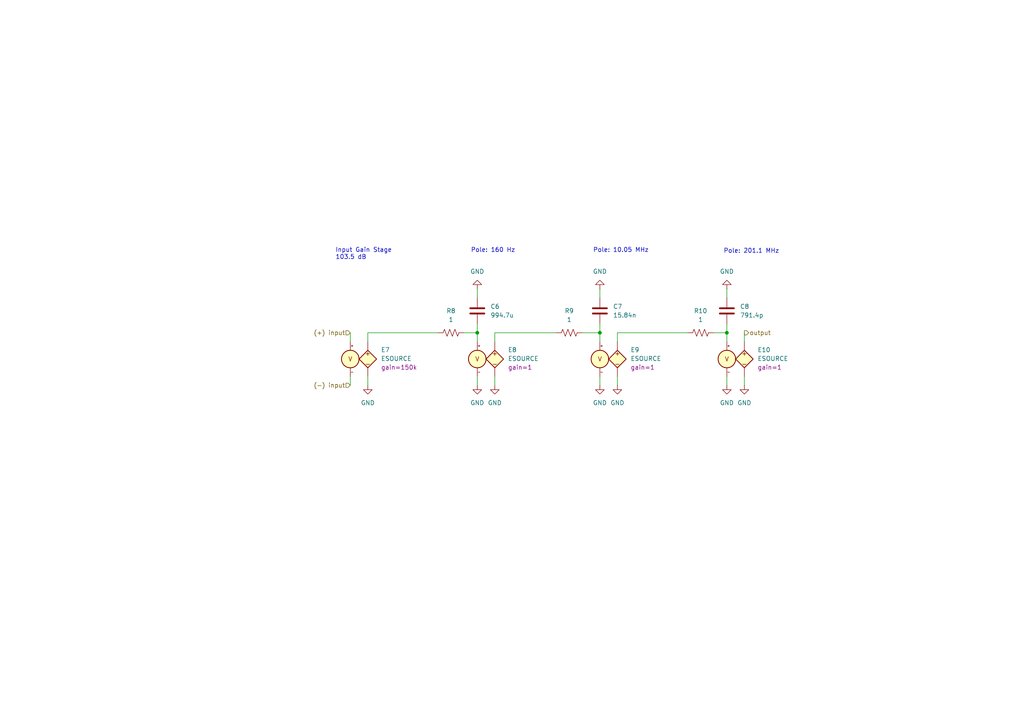
<source format=kicad_sch>
(kicad_sch (version 20250114) (generator "eeschema") (generator_version "9.0")
  (paper "A4")
  (lib_symbols
    (symbol "Device:C" (pin_numbers (hide yes)) (pin_names (offset 0.254))
      (property "Reference" "C" (at 0.635 2.54 0))
      (property "Value" "C" (at 0.635 -2.54 0))
      (symbol "C_0_1"
        (polyline (pts (xy -2.032 0.762) (xy 2.032 0.762)) (stroke (width 0.508)))
        (polyline (pts (xy -2.032 -0.762) (xy 2.032 -0.762)) (stroke (width 0.508)))
      )
      (symbol "C_1_1"
        (pin passive line (at 0 3.81 270) (length 2.794) (name "~") (number "1"))
        (pin passive line (at 0 -3.81 90) (length 2.794) (name "~") (number "2"))
      )
    )
    (symbol "Device:R_US" (pin_numbers (hide yes)) (pin_names (offset 0))
      (property "Reference" "R" (at 2.54 0 90))
      (property "Value" "R_US" (at -2.54 0 90))
      (symbol "R_US_0_1"
        (polyline (pts (xy 0 2.286) (xy 0 2.54)))
        (polyline (pts (xy 0 2.286) (xy 1.016 1.905) (xy 0 1.524) (xy -1.016 1.143) (xy 0 0.762)))
        (polyline (pts (xy 0 0.762) (xy 1.016 0.381) (xy 0 0) (xy -1.016 -0.381) (xy 0 -0.762)))
        (polyline (pts (xy 0 -0.762) (xy 1.016 -1.143) (xy 0 -1.524) (xy -1.016 -1.905) (xy 0 -2.286)))
        (polyline (pts (xy 0 -2.286) (xy 0 -2.54)))
      )
      (symbol "R_US_1_1"
        (pin passive line (at 0 3.81 270) (length 1.27) (name "~") (number "1"))
        (pin passive line (at 0 -3.81 90) (length 1.27) (name "~") (number "2"))
      )
    )
    (symbol "Simulation_SPICE:ESOURCE" (pin_numbers (hide yes)) (pin_names (offset 1.016) (hide yes))
      (property "Reference" "E" (at 2.54 2.54 0))
      (property "Value" "ESOURCE" (at 2.54 0 0))
      (property "Sim.Params" "type=\"E\" model=\"1\"" (at 2.54 -2.54 0))
      (symbol "ESOURCE_0_1"
        (polyline (pts (xy 0 2.032) (xy 0 1.016)))
      )
      (symbol "ESOURCE_1_1"
        (circle (center -5.08 0) (radius 2.54) (stroke (width 0.254)) (fill (type background)))
        (polyline (pts (xy -4.826 3.81) (xy -4.318 3.81)))
        (polyline (pts (xy -4.826 -3.81) (xy -4.318 -3.81)))
        (polyline (pts (xy -4.572 4.064) (xy -4.572 3.556)))
        (polyline (pts (xy 0 2.54) (xy -2.54 0) (xy 0 -2.54) (xy 2.54 0) (xy 0 2.54)) (stroke (width 0.254)) (fill (type background)))
        (polyline (pts (xy 0.508 1.524) (xy -0.508 1.524)))
        (polyline (pts (xy 0.508 -1.524) (xy -0.508 -1.524)))
        (text "V" (at -5.08 0 0) (effects (font (size 1.27 1.27))))
        (pin input line (at -5.08 5.08 270) (length 2.54) (name "C+") (number "3"))
        (pin input line (at -5.08 -5.08 90) (length 2.54) (name "C-") (number "4"))
        (pin passive line (at 0 5.08 270) (length 2.54) (name "N+") (number "1"))
        (pin passive line (at 0 -5.08 90) (length 2.54) (name "N-") (number "2"))
      )
    )
    (symbol "power:GND" (power) (pin_numbers (hide yes)) (pin_names (offset 0) (hide yes))
      (property "Value" "GND" (at 0 -3.81 0))
      (symbol "GND_0_1"
        (polyline (pts (xy 0 0) (xy 0 -1.27) (xy 1.27 -1.27) (xy 0 -2.54) (xy -1.27 -1.27) (xy 0 -1.27)))
      )
      (symbol "GND_1_1"
        (pin power_in line (at 0 0 270) (length 0) (name "~") (number "1"))
      )
    )
  )
  (text "Input Gain Stage\n103.5 dB" (at 97.282 73.66 0) (effects (font (size 1.27 1.27)) (justify left)))
  (text "Pole: 160 Hz" (at 143.002 72.644 0) (effects (font (size 1.27 1.27))))
  (text "Pole: 10.05 MHz" (at 180.086 72.644 0) (effects (font (size 1.27 1.27))))
  (text "Pole: 201.1 MHz" (at 217.932 72.898 0) (effects (font (size 1.27 1.27))))
  (junction (at 138.43 96.52))
  (junction (at 173.99 96.52))
  (junction (at 210.82 96.52))
  (wire (pts (xy 210.82 93.98) (xy 210.82 96.52)))
  (wire (pts (xy 101.6 99.06) (xy 101.6 96.52)))
  (wire (pts (xy 138.43 96.52) (xy 138.43 99.06)))
  (wire (pts (xy 143.51 96.52) (xy 161.29 96.52)))
  (wire (pts (xy 168.91 96.52) (xy 173.99 96.52)))
  (wire (pts (xy 215.9 109.22) (xy 215.9 111.76)))
  (wire (pts (xy 210.82 83.82) (xy 210.82 86.36)))
  (wire (pts (xy 138.43 83.82) (xy 138.43 86.36)))
  (wire (pts (xy 106.68 99.06) (xy 106.68 96.52)))
  (wire (pts (xy 143.51 109.22) (xy 143.51 111.76)))
  (wire (pts (xy 138.43 93.98) (xy 138.43 96.52)))
  (wire (pts (xy 143.51 99.06) (xy 143.51 96.52)))
  (wire (pts (xy 106.68 96.52) (xy 127 96.52)))
  (wire (pts (xy 215.9 99.06) (xy 215.9 96.52)))
  (wire (pts (xy 173.99 109.22) (xy 173.99 111.76)))
  (wire (pts (xy 173.99 83.82) (xy 173.99 86.36)))
  (wire (pts (xy 179.07 109.22) (xy 179.07 111.76)))
  (wire (pts (xy 179.07 99.06) (xy 179.07 96.52)))
  (wire (pts (xy 101.6 109.22) (xy 101.6 111.76)))
  (wire (pts (xy 210.82 96.52) (xy 210.82 99.06)))
  (wire (pts (xy 173.99 96.52) (xy 173.99 99.06)))
  (wire (pts (xy 106.68 109.22) (xy 106.68 111.76)))
  (wire (pts (xy 210.82 109.22) (xy 210.82 111.76)))
  (wire (pts (xy 138.43 109.22) (xy 138.43 111.76)))
  (wire (pts (xy 134.62 96.52) (xy 138.43 96.52)))
  (wire (pts (xy 179.07 96.52) (xy 199.39 96.52)))
  (wire (pts (xy 173.99 93.98) (xy 173.99 96.52)))
  (wire (pts (xy 207.01 96.52) (xy 210.82 96.52)))
  (hierarchical_label "output" (shape output) (at 215.9 96.52 0))
  (hierarchical_label "(-) input" (shape input) (at 101.6 111.76 180))
  (hierarchical_label "(+) input" (shape input) (at 101.6 96.52 180))
  (symbol (lib_id "power:GND") (at 138.43 111.76 0) (unit 1)
    (property "Reference" "#PWR026" (effects (hide yes)))
    (property "Value" "GND" (at 138.43 116.84 0))
    (property "Description" "Power symbol creates a global label with name \"GND\" , ground" (effects (hide yes)))
    (instances (project "TransimpedanceAmplifierStability" (path "" (reference "#PWR026") (unit 1)) (path "" (reference "#PWR035") (unit 1)) (path "" (reference "#PWR044") (unit 1))))
  )
  (symbol (lib_id "Simulation_SPICE:ESOURCE") (at 143.51 104.14 0) (unit 1)
    (property "Reference" "E8" (at 147.32 101.4729 0) (effects (justify left)))
    (property "Value" "ESOURCE" (at 147.32 104.0129 0) (effects (justify left)))
    (property "Datasheet" "https://ngspice.sourceforge.io/docs/ngspice-html-manual/manual.xhtml#subsec_Exxxx__Linear_Voltage_Controlled" (effects (hide yes)))
    (property "Description" "Voltage-controlled voltage source symbol for simulation only" (effects (hide yes)))
    (property "Sim.Device" "E" (effects (hide yes)))
    (property "Sim.Params" "gain=1" (at 147.32 106.5529 0) (effects (justify left)))
    (property "Sim.Pins" "1=+ 2=- 3=C+ 4=C-" (effects (hide yes)))
    (instances (project "TransimpedanceAmplifierStability" (path "" (reference "E8") (unit 1)) (path "" (reference "E12") (unit 1)) (path "" (reference "E16") (unit 1))))
  )
  (symbol (lib_id "power:GND") (at 179.07 111.76 0) (unit 1)
    (property "Reference" "#PWR030" (effects (hide yes)))
    (property "Value" "GND" (at 179.07 116.84 0))
    (property "Description" "Power symbol creates a global label with name \"GND\" , ground" (effects (hide yes)))
    (instances (project "TransimpedanceAmplifierStability" (path "" (reference "#PWR030") (unit 1)) (path "" (reference "#PWR039") (unit 1)) (path "" (reference "#PWR048") (unit 1))))
  )
  (symbol (lib_id "power:GND") (at 106.68 111.76 0) (unit 1)
    (property "Reference" "#PWR025" (effects (hide yes)))
    (property "Value" "GND" (at 106.68 116.84 0))
    (property "Description" "Power symbol creates a global label with name \"GND\" , ground" (effects (hide yes)))
    (instances (project "TransimpedanceAmplifierStability" (path "" (reference "#PWR025") (unit 1)) (path "" (reference "#PWR034") (unit 1)) (path "" (reference "#PWR043") (unit 1))))
  )
  (symbol (lib_id "Device:C") (at 138.43 90.17 0) (unit 1)
    (property "Reference" "C6" (at 142.24 88.8999 0) (effects (justify left)))
    (property "Value" "994.7u" (at 142.24 91.4399 0) (effects (justify left)))
    (property "Description" "Unpolarized capacitor" (effects (hide yes)))
    (instances (project "TransimpedanceAmplifierStability" (path "" (reference "C6") (unit 1)) (path "" (reference "C9") (unit 1)) (path "" (reference "C64") (unit 1))))
  )
  (symbol (lib_id "Device:R_US") (at 130.81 96.52 90) (unit 1)
    (property "Reference" "R8" (at 130.81 90.17 90))
    (property "Value" "1" (at 130.81 92.71 90))
    (property "Description" "Resistor, US symbol" (effects (hide yes)))
    (instances (project "TransimpedanceAmplifierStability" (path "" (reference "R8") (unit 1)) (path "" (reference "R11") (unit 1)) (path "" (reference "R14") (unit 1))))
  )
  (symbol (lib_id "power:GND") (at 138.43 83.82 180) (unit 1)
    (property "Reference" "#PWR04" (effects (hide yes)))
    (property "Value" "GND" (at 138.43 78.74 0))
    (property "Description" "Power symbol creates a global label with name \"GND\" , ground" (effects (hide yes)))
    (instances (project "TransimpedanceAmplifierStability" (path "" (reference "#PWR04") (unit 1)) (path "" (reference "#PWR05") (unit 1)) (path "" (reference "#PWR022") (unit 1))))
  )
  (symbol (lib_id "power:GND") (at 210.82 111.76 0) (unit 1)
    (property "Reference" "#PWR032" (effects (hide yes)))
    (property "Value" "GND" (at 210.82 116.84 0))
    (property "Description" "Power symbol creates a global label with name \"GND\" , ground" (effects (hide yes)))
    (instances (project "TransimpedanceAmplifierStability" (path "" (reference "#PWR032") (unit 1)) (path "" (reference "#PWR041") (unit 1)) (path "" (reference "#PWR050") (unit 1))))
  )
  (symbol (lib_id "power:GND") (at 210.82 83.82 180) (unit 1)
    (property "Reference" "#PWR031" (effects (hide yes)))
    (property "Value" "GND" (at 210.82 78.74 0))
    (property "Description" "Power symbol creates a global label with name \"GND\" , ground" (effects (hide yes)))
    (instances (project "TransimpedanceAmplifierStability" (path "" (reference "#PWR031") (unit 1)) (path "" (reference "#PWR040") (unit 1)) (path "" (reference "#PWR049") (unit 1))))
  )
  (symbol (lib_id "power:GND") (at 143.51 111.76 0) (unit 1)
    (property "Reference" "#PWR027" (effects (hide yes)))
    (property "Value" "GND" (at 143.51 116.84 0))
    (property "Description" "Power symbol creates a global label with name \"GND\" , ground" (effects (hide yes)))
    (instances (project "TransimpedanceAmplifierStability" (path "" (reference "#PWR027") (unit 1)) (path "" (reference "#PWR036") (unit 1)) (path "" (reference "#PWR045") (unit 1))))
  )
  (symbol (lib_id "Simulation_SPICE:ESOURCE") (at 106.68 104.14 0) (unit 1)
    (property "Reference" "E7" (at 110.49 101.4729 0) (effects (justify left)))
    (property "Value" "ESOURCE" (at 110.49 104.0129 0) (effects (justify left)))
    (property "Datasheet" "https://ngspice.sourceforge.io/docs/ngspice-html-manual/manual.xhtml#subsec_Exxxx__Linear_Voltage_Controlled" (effects (hide yes)))
    (property "Description" "Voltage-controlled voltage source symbol for simulation only" (effects (hide yes)))
    (property "Sim.Device" "E" (effects (hide yes)))
    (property "Sim.Params" "gain=150k" (at 110.49 106.5529 0) (effects (justify left)))
    (property "Sim.Pins" "1=+ 2=- 3=C+ 4=C-" (effects (hide yes)))
    (instances (project "TransimpedanceAmplifierStability" (path "" (reference "E7") (unit 1)) (path "" (reference "E11") (unit 1)) (path "" (reference "E15") (unit 1))))
  )
  (symbol (lib_id "power:GND") (at 173.99 111.76 0) (unit 1)
    (property "Reference" "#PWR029" (effects (hide yes)))
    (property "Value" "GND" (at 173.99 116.84 0))
    (property "Description" "Power symbol creates a global label with name \"GND\" , ground" (effects (hide yes)))
    (instances (project "TransimpedanceAmplifierStability" (path "" (reference "#PWR029") (unit 1)) (path "" (reference "#PWR038") (unit 1)) (path "" (reference "#PWR047") (unit 1))))
  )
  (symbol (lib_id "Device:R_US") (at 165.1 96.52 90) (unit 1)
    (property "Reference" "R9" (at 165.1 90.17 90))
    (property "Value" "1" (at 165.1 92.71 90))
    (property "Description" "Resistor, US symbol" (effects (hide yes)))
    (instances (project "TransimpedanceAmplifierStability" (path "" (reference "R9") (unit 1)) (path "" (reference "R12") (unit 1)) (path "" (reference "R79") (unit 1))))
  )
  (symbol (lib_id "power:GND") (at 173.99 83.82 180) (unit 1)
    (property "Reference" "#PWR028" (effects (hide yes)))
    (property "Value" "GND" (at 173.99 78.74 0))
    (property "Description" "Power symbol creates a global label with name \"GND\" , ground" (effects (hide yes)))
    (instances (project "TransimpedanceAmplifierStability" (path "" (reference "#PWR028") (unit 1)) (path "" (reference "#PWR037") (unit 1)) (path "" (reference "#PWR046") (unit 1))))
  )
  (symbol (lib_id "Simulation_SPICE:ESOURCE") (at 215.9 104.14 0) (unit 1)
    (property "Reference" "E10" (at 219.71 101.4729 0) (effects (justify left)))
    (property "Value" "ESOURCE" (at 219.71 104.0129 0) (effects (justify left)))
    (property "Datasheet" "https://ngspice.sourceforge.io/docs/ngspice-html-manual/manual.xhtml#subsec_Exxxx__Linear_Voltage_Controlled" (effects (hide yes)))
    (property "Description" "Voltage-controlled voltage source symbol for simulation only" (effects (hide yes)))
    (property "Sim.Device" "E" (effects (hide yes)))
    (property "Sim.Params" "gain=1" (at 219.71 106.5529 0) (effects (justify left)))
    (property "Sim.Pins" "1=+ 2=- 3=C+ 4=C-" (effects (hide yes)))
    (instances (project "TransimpedanceAmplifierStability" (path "" (reference "E10") (unit 1)) (path "" (reference "E14") (unit 1)) (path "" (reference "E18") (unit 1))))
  )
  (symbol (lib_id "Device:R_US") (at 203.2 96.52 90) (unit 1)
    (property "Reference" "R10" (at 203.2 90.17 90))
    (property "Value" "1" (at 203.2 92.71 90))
    (property "Description" "Resistor, US symbol" (effects (hide yes)))
    (instances (project "TransimpedanceAmplifierStability" (path "" (reference "R10") (unit 1)) (path "" (reference "R13") (unit 1)) (path "" (reference "R86") (unit 1))))
  )
  (symbol (lib_id "Device:C") (at 173.99 90.17 0) (unit 1)
    (property "Reference" "C7" (at 177.8 88.8999 0) (effects (justify left)))
    (property "Value" "15.84n" (at 177.8 91.4399 0) (effects (justify left)))
    (property "Description" "Unpolarized capacitor" (effects (hide yes)))
    (instances (project "TransimpedanceAmplifierStability" (path "" (reference "C7") (unit 1)) (path "" (reference "C10") (unit 1)) (path "" (reference "C71") (unit 1))))
  )
  (symbol (lib_id "power:GND") (at 215.9 111.76 0) (unit 1)
    (property "Reference" "#PWR033" (effects (hide yes)))
    (property "Value" "GND" (at 215.9 116.84 0))
    (property "Description" "Power symbol creates a global label with name \"GND\" , ground" (effects (hide yes)))
    (instances (project "TransimpedanceAmplifierStability" (path "" (reference "#PWR033") (unit 1)) (path "" (reference "#PWR042") (unit 1)) (path "" (reference "#PWR051") (unit 1))))
  )
  (symbol (lib_id "Simulation_SPICE:ESOURCE") (at 179.07 104.14 0) (unit 1)
    (property "Reference" "E9" (at 182.88 101.4729 0) (effects (justify left)))
    (property "Value" "ESOURCE" (at 182.88 104.0129 0) (effects (justify left)))
    (property "Datasheet" "https://ngspice.sourceforge.io/docs/ngspice-html-manual/manual.xhtml#subsec_Exxxx__Linear_Voltage_Controlled" (effects (hide yes)))
    (property "Description" "Voltage-controlled voltage source symbol for simulation only" (effects (hide yes)))
    (property "Sim.Device" "E" (effects (hide yes)))
    (property "Sim.Params" "gain=1" (at 182.88 106.5529 0) (effects (justify left)))
    (property "Sim.Pins" "1=+ 2=- 3=C+ 4=C-" (effects (hide yes)))
    (instances (project "TransimpedanceAmplifierStability" (path "" (reference "E9") (unit 1)) (path "" (reference "E13") (unit 1)) (path "" (reference "E17") (unit 1))))
  )
  (symbol (lib_id "Device:C") (at 210.82 90.17 0) (unit 1)
    (property "Reference" "C8" (at 214.63 88.8999 0) (effects (justify left)))
    (property "Value" "791.4p" (at 214.63 91.4399 0) (effects (justify left)))
    (property "Description" "Unpolarized capacitor" (effects (hide yes)))
    (instances (project "TransimpedanceAmplifierStability" (path "" (reference "C8") (unit 1)) (path "" (reference "C11") (unit 1)) (path "" (reference "C77") (unit 1))))
  )
)
</source>
